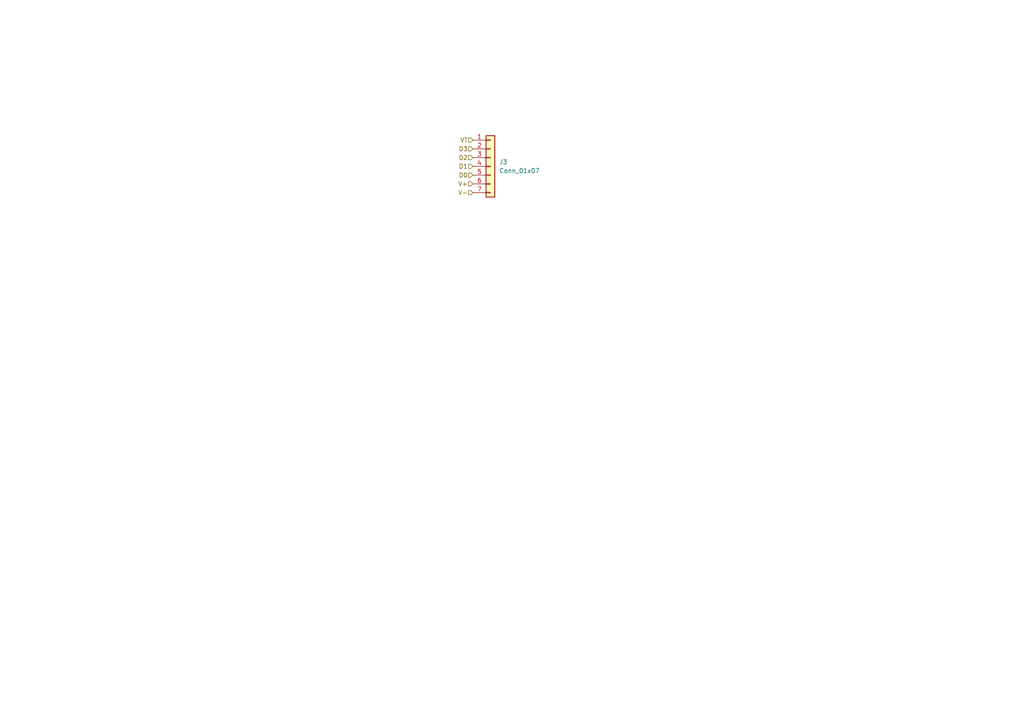
<source format=kicad_sch>
(kicad_sch (version 20231120) (generator "eeschema") (generator_version "8.0")
  (paper "A4")
  (lib_symbols
    (symbol "Connector_Generic:Conn_01x07" (pin_names (offset 1.016) hide)
      (property "Reference" "J" (at 0 10.16 0))
      (property "Value" "Conn_01x07" (at 0 -10.16 0))
      (symbol "Conn_01x07_1_1"
        (rectangle (start -1.27 -7.493) (end 0 -7.747) (stroke (width 0.1524)))
        (rectangle (start -1.27 -4.953) (end 0 -5.207) (stroke (width 0.1524)))
        (rectangle (start -1.27 -2.413) (end 0 -2.667) (stroke (width 0.1524)))
        (rectangle (start -1.27 0.127) (end 0 -0.127) (stroke (width 0.1524)))
        (rectangle (start -1.27 2.667) (end 0 2.413) (stroke (width 0.1524)))
        (rectangle (start -1.27 5.207) (end 0 4.953) (stroke (width 0.1524)))
        (rectangle (start -1.27 7.747) (end 0 7.493) (stroke (width 0.1524)))
        (rectangle (start -1.27 8.89) (end 1.27 -8.89) (stroke (width 0.254)) (fill (type background)))
        (pin passive line (at -5.08 7.62 0) (length 3.81) (name "Pin_1") (number "1"))
        (pin passive line (at -5.08 5.08 0) (length 3.81) (name "Pin_2") (number "2"))
        (pin passive line (at -5.08 2.54 0) (length 3.81) (name "Pin_3") (number "3"))
        (pin passive line (at -5.08 0 0) (length 3.81) (name "Pin_4") (number "4"))
        (pin passive line (at -5.08 -2.54 0) (length 3.81) (name "Pin_5") (number "5"))
        (pin passive line (at -5.08 -5.08 0) (length 3.81) (name "Pin_6") (number "6"))
        (pin passive line (at -5.08 -7.62 0) (length 3.81) (name "Pin_7") (number "7"))
      )
    )
  )
  (hierarchical_label "D1" (shape input) (at 137.16 48.26 180))
  (hierarchical_label "V+" (shape input) (at 137.16 53.34 180))
  (hierarchical_label "D0" (shape input) (at 137.16 50.8 180))
  (hierarchical_label "D2" (shape input) (at 137.16 45.72 180))
  (hierarchical_label "D3" (shape input) (at 137.16 43.18 180))
  (hierarchical_label "V-" (shape input) (at 137.16 55.88 180))
  (hierarchical_label "VT" (shape input) (at 137.16 40.64 180))
  (symbol (lib_id "Connector_Generic:Conn_01x07") (at 142.24 48.26 0) (unit 1)
    (property "Reference" "J3" (at 144.78 46.9899 0) (effects (justify left)))
    (property "Value" "Conn_01x07" (at 144.78 49.5299 0) (effects (justify left)))
    (property "Description" "Generic connector, single row, 01x07, script generated (kicad-library-utils/schlib/autogen/connector/)" (effects (hide yes)))
  )
)
</source>
